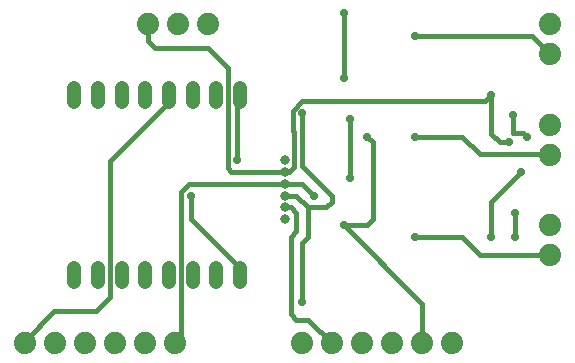
<source format=gbl>
G75*
%MOIN*%
%OFA0B0*%
%FSLAX24Y24*%
%IPPOS*%
%LPD*%
%AMOC8*
5,1,8,0,0,1.08239X$1,22.5*
%
%ADD10C,0.0476*%
%ADD11C,0.0740*%
%ADD12C,0.0317*%
%ADD13C,0.0160*%
%ADD14C,0.0277*%
D10*
X003432Y003594D02*
X003432Y004070D01*
X004219Y004070D02*
X004219Y003594D01*
X005007Y003594D02*
X005007Y004070D01*
X005794Y004070D02*
X005794Y003594D01*
X006582Y003594D02*
X006582Y004070D01*
X007369Y004070D02*
X007369Y003594D01*
X008156Y003594D02*
X008156Y004070D01*
X008944Y004070D02*
X008944Y003594D01*
X008944Y009581D02*
X008944Y010057D01*
X008156Y010057D02*
X008156Y009581D01*
X007369Y009581D02*
X007369Y010057D01*
X006582Y010057D02*
X006582Y009581D01*
X005794Y009581D02*
X005794Y010057D01*
X005007Y010057D02*
X005007Y009581D01*
X004219Y009581D02*
X004219Y010057D01*
X003432Y010057D02*
X003432Y009581D01*
D11*
X001779Y001550D03*
X002779Y001550D03*
X003779Y001550D03*
X004779Y001550D03*
X005779Y001550D03*
X006779Y001550D03*
X011023Y001550D03*
X012023Y001550D03*
X013023Y001550D03*
X014031Y001550D03*
X015031Y001550D03*
X016031Y001550D03*
X019298Y004487D03*
X019298Y005487D03*
X019298Y007833D03*
X019298Y008833D03*
X019298Y011180D03*
X019298Y012180D03*
X007881Y012180D03*
X006881Y012180D03*
X005881Y012180D03*
D12*
X010440Y007652D03*
X010440Y007259D03*
X010440Y006865D03*
X010440Y006471D03*
X010440Y006078D03*
X010440Y005684D03*
D13*
X010834Y005881D02*
X010637Y006078D01*
X010440Y006078D01*
X010834Y005881D02*
X010834Y005290D01*
X010637Y005093D01*
X010637Y002534D01*
X010834Y002337D01*
X011235Y002337D01*
X012023Y001550D01*
X011031Y002928D02*
X011031Y004896D01*
X011227Y005093D01*
X011227Y006078D01*
X011818Y006078D01*
X012015Y006274D01*
X012015Y006471D01*
X011031Y007456D01*
X011031Y009227D01*
X010716Y009306D02*
X011031Y009621D01*
X017133Y009621D01*
X017330Y009818D01*
X017330Y008519D01*
X017605Y008243D01*
X017920Y008243D01*
X018038Y008558D02*
X018393Y008558D01*
X018511Y008440D01*
X018038Y008558D02*
X018038Y009148D01*
X016936Y007849D02*
X019282Y007849D01*
X019298Y007833D01*
X018314Y007259D02*
X017330Y006274D01*
X017330Y005093D01*
X016936Y004503D02*
X019282Y004503D01*
X019298Y004487D01*
X018117Y005093D02*
X018117Y005881D01*
X016936Y004503D02*
X016345Y005093D01*
X014771Y005093D01*
X013393Y005684D02*
X013393Y008243D01*
X013196Y008440D01*
X012605Y009030D02*
X012605Y007062D01*
X011424Y006471D02*
X011031Y006865D01*
X010440Y006865D01*
X007251Y006865D01*
X006975Y006589D01*
X006975Y001747D01*
X006779Y001550D01*
X004613Y003085D02*
X004141Y002613D01*
X002763Y002613D01*
X001779Y001629D01*
X001779Y001550D01*
X004613Y003085D02*
X004613Y007613D01*
X006582Y009581D01*
X007881Y011393D02*
X008550Y010723D01*
X008550Y007377D01*
X008668Y007259D01*
X010440Y007259D01*
X010597Y007259D01*
X010755Y007416D01*
X010755Y008597D01*
X010716Y008637D01*
X010716Y009306D01*
X012408Y010408D02*
X012408Y012574D01*
X014771Y011786D02*
X018692Y011786D01*
X019298Y011180D01*
X016345Y008440D02*
X016936Y007849D01*
X016345Y008440D02*
X014771Y008440D01*
X011227Y006078D02*
X010834Y006471D01*
X010440Y006471D01*
X008865Y007652D02*
X008865Y009503D01*
X008944Y009581D01*
X007881Y011393D02*
X006109Y011393D01*
X005881Y011621D01*
X005881Y012180D01*
X007330Y006471D02*
X007330Y005684D01*
X008944Y004070D01*
X012408Y005487D02*
X013196Y005487D01*
X013393Y005684D01*
X012408Y005487D02*
X015031Y002865D01*
X015031Y001550D01*
D14*
X011031Y002928D03*
X012408Y005487D03*
X011424Y006471D03*
X012605Y007062D03*
X013196Y008440D03*
X012605Y009030D03*
X011031Y009227D03*
X012408Y010408D03*
X014771Y011786D03*
X012408Y012574D03*
X017330Y009818D03*
X018038Y009148D03*
X018511Y008440D03*
X017920Y008243D03*
X018314Y007259D03*
X018117Y005881D03*
X018117Y005093D03*
X017330Y005093D03*
X014771Y005093D03*
X014771Y008440D03*
X008865Y007652D03*
X007330Y006471D03*
M02*

</source>
